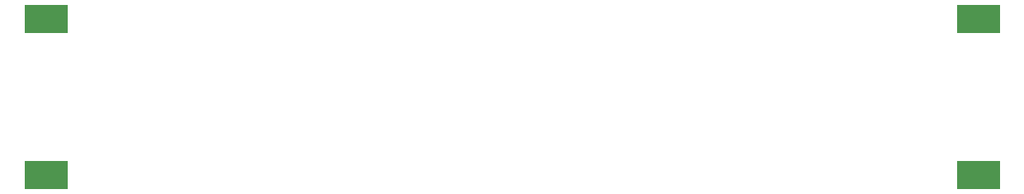
<source format=gbp>
G04 #@! TF.GenerationSoftware,KiCad,Pcbnew,(5.1.8)-1*
G04 #@! TF.CreationDate,2023-02-02T03:20:21+01:00*
G04 #@! TF.ProjectId,BulkyMIDI-32 Internal Panel,42756c6b-794d-4494-9449-2d333220496e,rev?*
G04 #@! TF.SameCoordinates,Original*
G04 #@! TF.FileFunction,Paste,Bot*
G04 #@! TF.FilePolarity,Positive*
%FSLAX46Y46*%
G04 Gerber Fmt 4.6, Leading zero omitted, Abs format (unit mm)*
G04 Created by KiCad (PCBNEW (5.1.8)-1) date 2023-02-02 03:20:21*
%MOMM*%
%LPD*%
G01*
G04 APERTURE LIST*
%ADD10R,4.400000X3.000000*%
G04 APERTURE END LIST*
D10*
X102934500Y-81648500D03*
X102934500Y-97650500D03*
X198565500Y-81648500D03*
X198565500Y-97650500D03*
M02*

</source>
